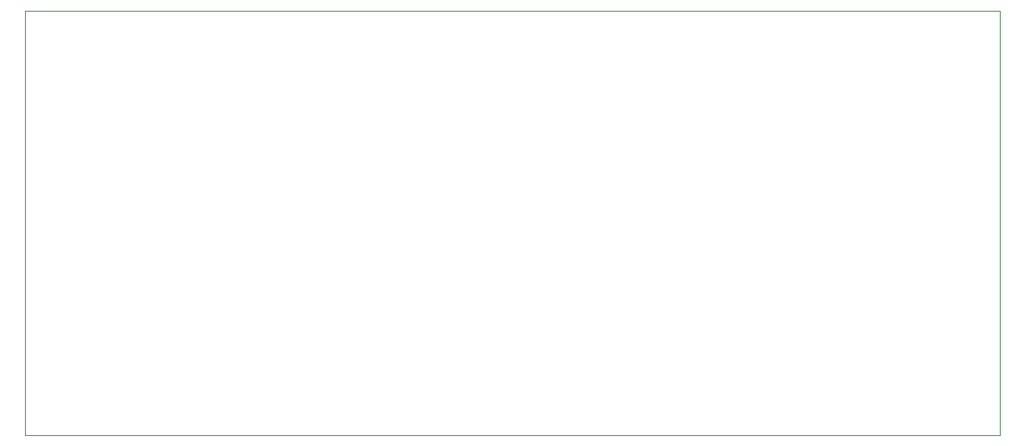
<source format=gbr>
%TF.GenerationSoftware,KiCad,Pcbnew,5.1.9+dfsg1-1+deb11u1*%
%TF.CreationDate,2023-01-16T13:11:19+01:00*%
%TF.ProjectId,bat-detector,6261742d-6465-4746-9563-746f722e6b69,rev?*%
%TF.SameCoordinates,Original*%
%TF.FileFunction,Profile,NP*%
%FSLAX46Y46*%
G04 Gerber Fmt 4.6, Leading zero omitted, Abs format (unit mm)*
G04 Created by KiCad (PCBNEW 5.1.9+dfsg1-1+deb11u1) date 2023-01-16 13:11:19*
%MOMM*%
%LPD*%
G01*
G04 APERTURE LIST*
%TA.AperFunction,Profile*%
%ADD10C,0.050000*%
%TD*%
G04 APERTURE END LIST*
D10*
X38100000Y-85090000D02*
X38100000Y-41910000D01*
X137160000Y-85090000D02*
X38100000Y-85090000D01*
X137160000Y-41910000D02*
X137160000Y-85090000D01*
X38100000Y-41910000D02*
X137160000Y-41910000D01*
M02*

</source>
